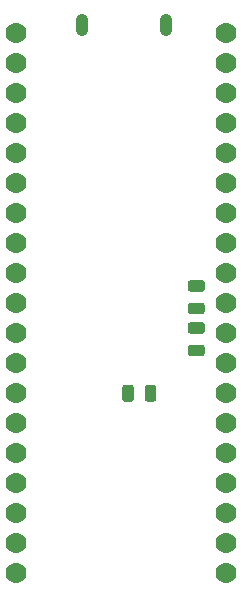
<source format=gbr>
%TF.GenerationSoftware,KiCad,Pcbnew,(5.1.10)-1*%
%TF.CreationDate,2022-01-04T20:26:21-05:00*%
%TF.ProjectId,STM32G441DevBoard,53544d33-3247-4343-9431-446576426f61,rev?*%
%TF.SameCoordinates,Original*%
%TF.FileFunction,Soldermask,Bot*%
%TF.FilePolarity,Negative*%
%FSLAX46Y46*%
G04 Gerber Fmt 4.6, Leading zero omitted, Abs format (unit mm)*
G04 Created by KiCad (PCBNEW (5.1.10)-1) date 2022-01-04 20:26:21*
%MOMM*%
%LPD*%
G01*
G04 APERTURE LIST*
%ADD10C,1.775000*%
%ADD11O,1.050000X1.900000*%
G04 APERTURE END LIST*
D10*
%TO.C,3v3*%
X43942000Y-72390000D03*
%TD*%
%TO.C,C13*%
X43942000Y-115570000D03*
%TD*%
D11*
%TO.C,J1*%
X49511000Y-71698000D03*
X56661000Y-71698000D03*
%TD*%
D10*
%TO.C,GND*%
X61722000Y-72390000D03*
%TD*%
%TO.C,GND*%
X61722000Y-118110000D03*
%TD*%
%TO.C,GND*%
X43942000Y-74930000D03*
%TD*%
%TO.C,C26*%
G36*
G01*
X54806000Y-103345000D02*
X54806000Y-102395000D01*
G75*
G02*
X55056000Y-102145000I250000J0D01*
G01*
X55556000Y-102145000D01*
G75*
G02*
X55806000Y-102395000I0J-250000D01*
G01*
X55806000Y-103345000D01*
G75*
G02*
X55556000Y-103595000I-250000J0D01*
G01*
X55056000Y-103595000D01*
G75*
G02*
X54806000Y-103345000I0J250000D01*
G01*
G37*
G36*
G01*
X52906000Y-103345000D02*
X52906000Y-102395000D01*
G75*
G02*
X53156000Y-102145000I250000J0D01*
G01*
X53656000Y-102145000D01*
G75*
G02*
X53906000Y-102395000I0J-250000D01*
G01*
X53906000Y-103345000D01*
G75*
G02*
X53656000Y-103595000I-250000J0D01*
G01*
X53156000Y-103595000D01*
G75*
G02*
X52906000Y-103345000I0J250000D01*
G01*
G37*
%TD*%
%TO.C,C14*%
G36*
G01*
X58707000Y-95192000D02*
X59657000Y-95192000D01*
G75*
G02*
X59907000Y-95442000I0J-250000D01*
G01*
X59907000Y-95942000D01*
G75*
G02*
X59657000Y-96192000I-250000J0D01*
G01*
X58707000Y-96192000D01*
G75*
G02*
X58457000Y-95942000I0J250000D01*
G01*
X58457000Y-95442000D01*
G75*
G02*
X58707000Y-95192000I250000J0D01*
G01*
G37*
G36*
G01*
X58707000Y-93292000D02*
X59657000Y-93292000D01*
G75*
G02*
X59907000Y-93542000I0J-250000D01*
G01*
X59907000Y-94042000D01*
G75*
G02*
X59657000Y-94292000I-250000J0D01*
G01*
X58707000Y-94292000D01*
G75*
G02*
X58457000Y-94042000I0J250000D01*
G01*
X58457000Y-93542000D01*
G75*
G02*
X58707000Y-93292000I250000J0D01*
G01*
G37*
%TD*%
%TO.C,C11*%
G36*
G01*
X58707000Y-98748000D02*
X59657000Y-98748000D01*
G75*
G02*
X59907000Y-98998000I0J-250000D01*
G01*
X59907000Y-99498000D01*
G75*
G02*
X59657000Y-99748000I-250000J0D01*
G01*
X58707000Y-99748000D01*
G75*
G02*
X58457000Y-99498000I0J250000D01*
G01*
X58457000Y-98998000D01*
G75*
G02*
X58707000Y-98748000I250000J0D01*
G01*
G37*
G36*
G01*
X58707000Y-96848000D02*
X59657000Y-96848000D01*
G75*
G02*
X59907000Y-97098000I0J-250000D01*
G01*
X59907000Y-97598000D01*
G75*
G02*
X59657000Y-97848000I-250000J0D01*
G01*
X58707000Y-97848000D01*
G75*
G02*
X58457000Y-97598000I0J250000D01*
G01*
X58457000Y-97098000D01*
G75*
G02*
X58707000Y-96848000I250000J0D01*
G01*
G37*
%TD*%
%TO.C,B15*%
X43942000Y-77470000D03*
%TD*%
%TO.C,B14*%
X61722000Y-77470000D03*
%TD*%
%TO.C,B13*%
X61722000Y-80010000D03*
%TD*%
%TO.C,B12*%
X61722000Y-82550000D03*
%TD*%
%TO.C,B11*%
X61722000Y-85090000D03*
%TD*%
%TO.C,B10*%
X61722000Y-87630000D03*
%TD*%
%TO.C,B9*%
X43942000Y-85090000D03*
%TD*%
%TO.C,B7*%
X43942000Y-113030000D03*
%TD*%
%TO.C,B6*%
X43942000Y-110490000D03*
%TD*%
%TO.C,B5*%
X43942000Y-107950000D03*
%TD*%
%TO.C,B4*%
X43942000Y-105410000D03*
%TD*%
%TO.C,B3*%
X43942000Y-102870000D03*
%TD*%
%TO.C,B2*%
X61722000Y-90170000D03*
%TD*%
%TO.C,B1*%
X61722000Y-92710000D03*
%TD*%
%TO.C,B0*%
X61722000Y-95250000D03*
%TD*%
%TO.C,A15*%
X43942000Y-100330000D03*
%TD*%
%TO.C,A14*%
X43942000Y-97790000D03*
%TD*%
%TO.C,A13*%
X43942000Y-95250000D03*
%TD*%
%TO.C,A12*%
X43942000Y-92710000D03*
%TD*%
%TO.C,A11*%
X43942000Y-90170000D03*
%TD*%
%TO.C,A10*%
X43942000Y-87630000D03*
%TD*%
%TO.C,A9*%
X43942000Y-82550000D03*
%TD*%
%TO.C,A8*%
X43942000Y-80010000D03*
%TD*%
%TO.C,A7*%
X61722000Y-97790000D03*
%TD*%
%TO.C,A6*%
X61722000Y-100330000D03*
%TD*%
%TO.C,A5*%
X61722000Y-102870000D03*
%TD*%
%TO.C,A4*%
X61722000Y-105410000D03*
%TD*%
%TO.C,A3*%
X61722000Y-107950000D03*
%TD*%
%TO.C,A2*%
X61722000Y-110490000D03*
%TD*%
%TO.C,A1*%
X61722000Y-113030000D03*
%TD*%
%TO.C,A0*%
X61722000Y-115570000D03*
%TD*%
%TO.C,5V*%
X61722000Y-74930000D03*
%TD*%
%TO.C,3v3*%
X43942000Y-118110000D03*
%TD*%
M02*

</source>
